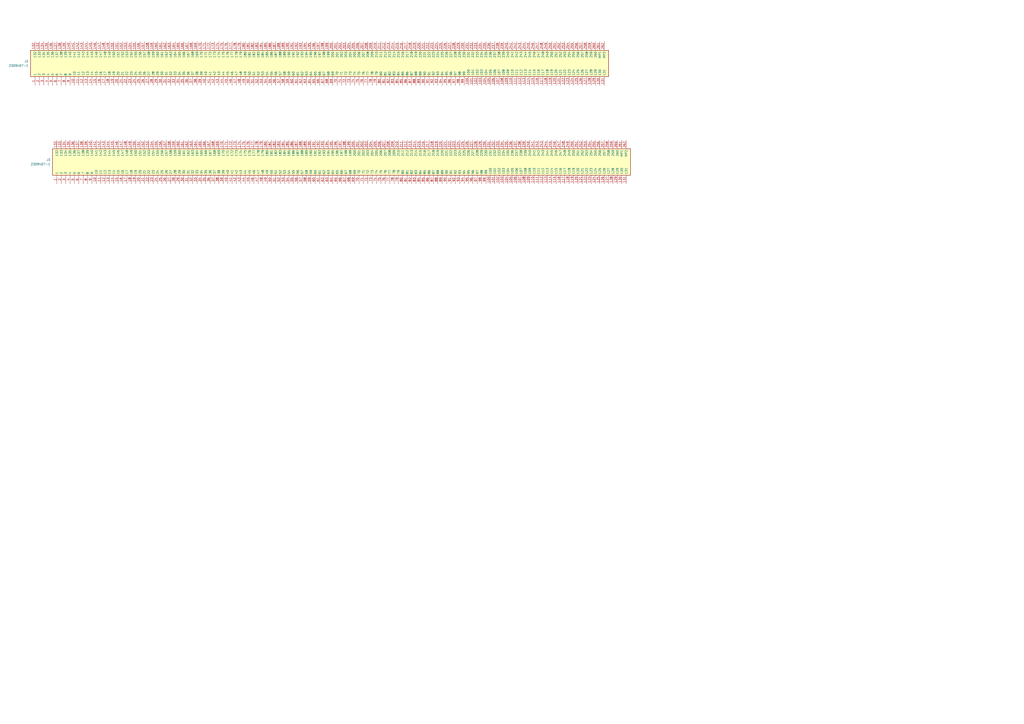
<source format=kicad_sch>
(kicad_sch (version 20231120) (generator "eeschema") (generator_version "8.0")
  (paper "A2")
  (lib_symbols
    (symbol "ddr4-sodimm:2309407-1"
      (property "Reference" "J" (at 21.59 7.62 0))
      (property "Value" "2309407-1" (at 21.59 5.08 0))
      (symbol "2309407-1_1_1"
        (rectangle (start 5.08 2.54) (end 20.32 -332.74) (stroke (width 0.254)) (fill (type background)))
        (pin passive line (at 0 0 0) (length 5.08) (name "1") (number "1"))
        (pin passive line (at 0 -22.86 0) (length 5.08) (name "10") (number "10"))
        (pin passive line (at 0 -251.46 0) (length 5.08) (name "100") (number "100"))
        (pin passive line (at 0 -254 0) (length 5.08) (name "101") (number "101"))
        (pin passive line (at 0 -256.54 0) (length 5.08) (name "102") (number "102"))
        (pin passive line (at 0 -259.08 0) (length 5.08) (name "103") (number "103"))
        (pin passive line (at 0 -261.62 0) (length 5.08) (name "104") (number "104"))
        (pin passive line (at 0 -264.16 0) (length 5.08) (name "105") (number "105"))
        (pin passive line (at 0 -266.7 0) (length 5.08) (name "106") (number "106"))
        (pin passive line (at 0 -269.24 0) (length 5.08) (name "107") (number "107"))
        (pin passive line (at 0 -271.78 0) (length 5.08) (name "108") (number "108"))
        (pin passive line (at 0 -274.32 0) (length 5.08) (name "109") (number "109"))
        (pin passive line (at 0 -25.4 0) (length 5.08) (name "11") (number "11"))
        (pin passive line (at 0 -276.86 0) (length 5.08) (name "110") (number "110"))
        (pin passive line (at 0 -279.4 0) (length 5.08) (name "111") (number "111"))
        (pin passive line (at 0 -281.94 0) (length 5.08) (name "112") (number "112"))
        (pin passive line (at 0 -284.48 0) (length 5.08) (name "113") (number "113"))
        (pin passive line (at 0 -287.02 0) (length 5.08) (name "114") (number "114"))
        (pin passive line (at 0 -289.56 0) (length 5.08) (name "115") (number "115"))
        (pin passive line (at 0 -292.1 0) (length 5.08) (name "116") (number "116"))
        (pin passive line (at 0 -294.64 0) (length 5.08) (name "117") (number "117"))
        (pin passive line (at 0 -297.18 0) (length 5.08) (name "118") (number "118"))
        (pin passive line (at 0 -299.72 0) (length 5.08) (name "119") (number "119"))
        (pin passive line (at 0 -27.94 0) (length 5.08) (name "12") (number "12"))
        (pin passive line (at 0 -302.26 0) (length 5.08) (name "120") (number "120"))
        (pin passive line (at 0 -304.8 0) (length 5.08) (name "121") (number "121"))
        (pin passive line (at 0 -307.34 0) (length 5.08) (name "122") (number "122"))
        (pin passive line (at 0 -309.88 0) (length 5.08) (name "123") (number "123"))
        (pin passive line (at 0 -312.42 0) (length 5.08) (name "124") (number "124"))
        (pin passive line (at 0 -314.96 0) (length 5.08) (name "125") (number "125"))
        (pin passive line (at 0 -317.5 0) (length 5.08) (name "126") (number "126"))
        (pin passive line (at 0 -320.04 0) (length 5.08) (name "127") (number "127"))
        (pin passive line (at 0 -322.58 0) (length 5.08) (name "128") (number "128"))
        (pin passive line (at 0 -325.12 0) (length 5.08) (name "129") (number "129"))
        (pin passive line (at 0 -30.48 0) (length 5.08) (name "13") (number "13"))
        (pin passive line (at 0 -327.66 0) (length 5.08) (name "130") (number "130"))
        (pin passive line (at 0 -330.2 0) (length 5.08) (name "131") (number "131"))
        (pin passive line (at 25.4 0 180) (length 5.08) (name "132") (number "132"))
        (pin passive line (at 25.4 -2.54 180) (length 5.08) (name "133") (number "133"))
        (pin passive line (at 25.4 -5.08 180) (length 5.08) (name "134") (number "134"))
        (pin passive line (at 25.4 -7.62 180) (length 5.08) (name "135") (number "135"))
        (pin passive line (at 25.4 -10.16 180) (length 5.08) (name "136") (number "136"))
        (pin passive line (at 25.4 -12.7 180) (length 5.08) (name "137") (number "137"))
        (pin passive line (at 25.4 -15.24 180) (length 5.08) (name "138") (number "138"))
        (pin passive line (at 25.4 -17.78 180) (length 5.08) (name "139") (number "139"))
        (pin passive line (at 0 -33.02 0) (length 5.08) (name "14") (number "14"))
        (pin passive line (at 25.4 -20.32 180) (length 5.08) (name "140") (number "140"))
        (pin passive line (at 25.4 -22.86 180) (length 5.08) (name "141") (number "141"))
        (pin passive line (at 25.4 -25.4 180) (length 5.08) (name "142") (number "142"))
        (pin passive line (at 25.4 -27.94 180) (length 5.08) (name "143") (number "143"))
        (pin passive line (at 25.4 -30.48 180) (length 5.08) (name "144") (number "144"))
        (pin passive line (at 25.4 -33.02 180) (length 5.08) (name "145") (number "145"))
        (pin passive line (at 25.4 -35.56 180) (length 5.08) (name "146") (number "146"))
        (pin passive line (at 25.4 -38.1 180) (length 5.08) (name "147") (number "147"))
        (pin passive line (at 25.4 -40.64 180) (length 5.08) (name "148") (number "148"))
        (pin passive line (at 25.4 -43.18 180) (length 5.08) (name "149") (number "149"))
        (pin passive line (at 0 -35.56 0) (length 5.08) (name "15") (number "15"))
        (pin passive line (at 25.4 -45.72 180) (length 5.08) (name "150") (number "150"))
        (pin passive line (at 25.4 -48.26 180) (length 5.08) (name "151") (number "151"))
        (pin passive line (at 25.4 -50.8 180) (length 5.08) (name "152") (number "152"))
        (pin passive line (at 25.4 -53.34 180) (length 5.08) (name "153") (number "153"))
        (pin passive line (at 25.4 -55.88 180) (length 5.08) (name "154") (number "154"))
        (pin passive line (at 25.4 -58.42 180) (length 5.08) (name "155") (number "155"))
        (pin passive line (at 25.4 -60.96 180) (length 5.08) (name "156") (number "156"))
        (pin passive line (at 25.4 -63.5 180) (length 5.08) (name "157") (number "157"))
        (pin passive line (at 25.4 -66.04 180) (length 5.08) (name "158") (number "158"))
        (pin passive line (at 25.4 -68.58 180) (length 5.08) (name "159") (number "159"))
        (pin passive line (at 0 -38.1 0) (length 5.08) (name "16") (number "16"))
        (pin passive line (at 25.4 -71.12 180) (length 5.08) (name "160") (number "160"))
        (pin passive line (at 25.4 -73.66 180) (length 5.08) (name "161") (number "161"))
        (pin passive line (at 25.4 -76.2 180) (length 5.08) (name "162") (number "162"))
        (pin passive line (at 25.4 -78.74 180) (length 5.08) (name "163") (number "163"))
        (pin passive line (at 25.4 -81.28 180) (length 5.08) (name "164") (number "164"))
        (pin passive line (at 25.4 -83.82 180) (length 5.08) (name "165") (number "165"))
        (pin passive line (at 25.4 -86.36 180) (length 5.08) (name "166") (number "166"))
        (pin passive line (at 25.4 -88.9 180) (length 5.08) (name "167") (number "167"))
        (pin passive line (at 25.4 -91.44 180) (length 5.08) (name "168") (number "168"))
        (pin passive line (at 25.4 -93.98 180) (length 5.08) (name "169") (number "169"))
        (pin passive line (at 0 -40.64 0) (length 5.08) (name "17") (number "17"))
        (pin passive line (at 25.4 -96.52 180) (length 5.08) (name "170") (number "170"))
        (pin passive line (at 25.4 -99.06 180) (length 5.08) (name "171") (number "171"))
        (pin passive line (at 25.4 -101.6 180) (length 5.08) (name "172") (number "172"))
        (pin passive line (at 25.4 -104.14 180) (length 5.08) (name "173") (number "173"))
        (pin passive line (at 25.4 -106.68 180) (length 5.08) (name "174") (number "174"))
        (pin passive line (at 25.4 -109.22 180) (length 5.08) (name "175") (number "175"))
        (pin passive line (at 25.4 -111.76 180) (length 5.08) (name "176") (number "176"))
        (pin passive line (at 25.4 -114.3 180) (length 5.08) (name "177") (number "177"))
        (pin passive line (at 25.4 -116.84 180) (length 5.08) (name "178") (number "178"))
        (pin passive line (at 25.4 -119.38 180) (length 5.08) (name "179") (number "179"))
        (pin passive line (at 0 -43.18 0) (length 5.08) (name "18") (number "18"))
        (pin passive line (at 25.4 -121.92 180) (length 5.08) (name "180") (number "180"))
        (pin passive line (at 25.4 -124.46 180) (length 5.08) (name "181") (number "181"))
        (pin passive line (at 25.4 -127 180) (length 5.08) (name "182") (number "182"))
        (pin passive line (at 25.4 -129.54 180) (length 5.08) (name "183") (number "183"))
        (pin passive line (at 25.4 -132.08 180) (length 5.08) (name "184") (number "184"))
        (pin passive line (at 25.4 -134.62 180) (length 5.08) (name "185") (number "185"))
        (pin passive line (at 25.4 -137.16 180) (length 5.08) (name "186") (number "186"))
        (pin passive line (at 25.4 -139.7 180) (length 5.08) (name "187") (number "187"))
        (pin passive line (at 25.4 -142.24 180) (length 5.08) (name "188") (number "188"))
        (pin passive line (at 25.4 -144.78 180) (length 5.08) (name "189") (number "189"))
        (pin passive line (at 0 -45.72 0) (length 5.08) (name "19") (number "19"))
        (pin passive line (at 25.4 -147.32 180) (length 5.08) (name "190") (number "190"))
        (pin passive line (at 25.4 -149.86 180) (length 5.08) (name "191") (number "191"))
        (pin passive line (at 25.4 -152.4 180) (length 5.08) (name "192") (number "192"))
        (pin passive line (at 25.4 -154.94 180) (length 5.08) (name "193") (number "193"))
        (pin passive line (at 25.4 -157.48 180) (length 5.08) (name "194") (number "194"))
        (pin passive line (at 25.4 -160.02 180) (length 5.08) (name "195") (number "195"))
        (pin passive line (at 25.4 -162.56 180) (length 5.08) (name "196") (number "196"))
        (pin passive line (at 25.4 -165.1 180) (length 5.08) (name "197") (number "197"))
        (pin passive line (at 25.4 -167.64 180) (length 5.08) (name "198") (number "198"))
        (pin passive line (at 25.4 -170.18 180) (length 5.08) (name "199") (number "199"))
        (pin passive line (at 0 -2.54 0) (length 5.08) (name "2") (number "2"))
        (pin passive line (at 0 -48.26 0) (length 5.08) (name "20") (number "20"))
        (pin passive line (at 25.4 -172.72 180) (length 5.08) (name "200") (number "200"))
        (pin passive line (at 25.4 -175.26 180) (length 5.08) (name "201") (number "201"))
        (pin passive line (at 25.4 -177.8 180) (length 5.08) (name "202") (number "202"))
        (pin passive line (at 25.4 -180.34 180) (length 5.08) (name "203") (number "203"))
        (pin passive line (at 25.4 -182.88 180) (length 5.08) (name "204") (number "204"))
        (pin passive line (at 25.4 -185.42 180) (length 5.08) (name "205") (number "205"))
        (pin passive line (at 25.4 -187.96 180) (length 5.08) (name "206") (number "206"))
        (pin passive line (at 25.4 -190.5 180) (length 5.08) (name "207") (number "207"))
        (pin passive line (at 25.4 -193.04 180) (length 5.08) (name "208") (number "208"))
        (pin passive line (at 25.4 -195.58 180) (length 5.08) (name "209") (number "209"))
        (pin passive line (at 0 -50.8 0) (length 5.08) (name "21") (number "21"))
        (pin passive line (at 25.4 -198.12 180) (length 5.08) (name "210") (number "210"))
        (pin passive line (at 25.4 -200.66 180) (length 5.08) (name "211") (number "211"))
        (pin passive line (at 25.4 -203.2 180) (length 5.08) (name "212") (number "212"))
        (pin passive line (at 25.4 -205.74 180) (length 5.08) (name "213") (number "213"))
        (pin passive line (at 25.4 -208.28 180) (length 5.08) (name "214") (number "214"))
        (pin passive line (at 25.4 -210.82 180) (length 5.08) (name "215") (number "215"))
        (pin passive line (at 25.4 -213.36 180) (length 5.08) (name "216") (number "216"))
        (pin passive line (at 25.4 -215.9 180) (length 5.08) (name "217") (number "217"))
        (pin passive line (at 25.4 -218.44 180) (length 5.08) (name "218") (number "218"))
        (pin passive line (at 25.4 -220.98 180) (length 5.08) (name "219") (number "219"))
        (pin passive line (at 0 -53.34 0) (length 5.08) (name "22") (number "22"))
        (pin passive line (at 25.4 -223.52 180) (length 5.08) (name "220") (number "220"))
        (pin passive line (at 25.4 -226.06 180) (length 5.08) (name "221") (number "221"))
        (pin passive line (at 25.4 -228.6 180) (length 5.08) (name "222") (number "222"))
        (pin passive line (at 25.4 -231.14 180) (length 5.08) (name "223") (number "223"))
        (pin passive line (at 25.4 -233.68 180) (length 5.08) (name "224") (number "224"))
        (pin passive line (at 25.4 -236.22 180) (length 5.08) (name "225") (number "225"))
        (pin passive line (at 25.4 -238.76 180) (length 5.08) (name "226") (number "226"))
        (pin passive line (at 25.4 -241.3 180) (length 5.08) (name "227") (number "227"))
        (pin passive line (at 25.4 -243.84 180) (length 5.08) (name "228") (number "228"))
        (pin passive line (at 25.4 -246.38 180) (length 5.08) (name "229") (number "229"))
        (pin passive line (at 0 -55.88 0) (length 5.08) (name "23") (number "23"))
        (pin passive line (at 25.4 -248.92 180) (length 5.08) (name "230") (number "230"))
        (pin passive line (at 25.4 -251.46 180) (length 5.08) (name "231") (number "231"))
        (pin passive line (at 25.4 -254 180) (length 5.08) (name "232") (number "232"))
        (pin passive line (at 25.4 -256.54 180) (length 5.08) (name "233") (number "233"))
        (pin passive line (at 25.4 -259.08 180) (length 5.08) (name "234") (number "234"))
        (pin passive line (at 25.4 -261.62 180) (length 5.08) (name "235") (number "235"))
        (pin passive line (at 25.4 -264.16 180) (length 5.08) (name "236") (number "236"))
        (pin passive line (at 25.4 -266.7 180) (length 5.08) (name "237") (number "237"))
        (pin passive line (at 25.4 -269.24 180) (length 5.08) (name "238") (number "238"))
        (pin passive line (at 25.4 -271.78 180) (length 5.08) (name "239") (number "239"))
        (pin passive line (at 0 -58.42 0) (length 5.08) (name "24") (number "24"))
        (pin passive line (at 25.4 -274.32 180) (length 5.08) (name "240") (number "240"))
        (pin passive line (at 25.4 -276.86 180) (length 5.08) (name "241") (number "241"))
        (pin passive line (at 25.4 -279.4 180) (length 5.08) (name "242") (number "242"))
        (pin passive line (at 25.4 -281.94 180) (length 5.08) (name "243") (number "243"))
        (pin passive line (at 25.4 -284.48 180) (length 5.08) (name "244") (number "244"))
        (pin passive line (at 25.4 -287.02 180) (length 5.08) (name "245") (number "245"))
        (pin passive line (at 25.4 -289.56 180) (length 5.08) (name "246") (number "246"))
        (pin passive line (at 25.4 -292.1 180) (length 5.08) (name "247") (number "247"))
        (pin passive line (at 25.4 -294.64 180) (length 5.08) (name "248") (number "248"))
        (pin passive line (at 25.4 -297.18 180) (length 5.08) (name "249") (number "249"))
        (pin passive line (at 0 -60.96 0) (length 5.08) (name "25") (number "25"))
        (pin passive line (at 25.4 -299.72 180) (length 5.08) (name "250") (number "250"))
        (pin passive line (at 25.4 -302.26 180) (length 5.08) (name "251") (number "251"))
        (pin passive line (at 25.4 -304.8 180) (length 5.08) (name "252") (number "252"))
        (pin passive line (at 25.4 -307.34 180) (length 5.08) (name "253") (number "253"))
        (pin passive line (at 25.4 -309.88 180) (length 5.08) (name "254") (number "254"))
        (pin passive line (at 25.4 -312.42 180) (length 5.08) (name "255") (number "255"))
        (pin passive line (at 25.4 -314.96 180) (length 5.08) (name "256") (number "256"))
        (pin passive line (at 25.4 -317.5 180) (length 5.08) (name "257") (number "257"))
        (pin passive line (at 25.4 -320.04 180) (length 5.08) (name "258") (number "258"))
        (pin passive line (at 25.4 -322.58 180) (length 5.08) (name "259") (number "259"))
        (pin passive line (at 0 -63.5 0) (length 5.08) (name "26") (number "26"))
        (pin passive line (at 25.4 -325.12 180) (length 5.08) (name "260") (number "260"))
        (pin passive line (at 25.4 -327.66 180) (length 5.08) (name "MP1") (number "261"))
        (pin passive line (at 25.4 -330.2 180) (length 5.08) (name "MP2") (number "262"))
        (pin passive line (at 0 -66.04 0) (length 5.08) (name "27") (number "27"))
        (pin passive line (at 0 -68.58 0) (length 5.08) (name "28") (number "28"))
        (pin passive line (at 0 -71.12 0) (length 5.08) (name "29") (number "29"))
        (pin passive line (at 0 -5.08 0) (length 5.08) (name "3") (number "3"))
        (pin passive line (at 0 -73.66 0) (length 5.08) (name "30") (number "30"))
        (pin passive line (at 0 -76.2 0) (length 5.08) (name "31") (number "31"))
        (pin passive line (at 0 -78.74 0) (length 5.08) (name "32") (number "32"))
        (pin passive line (at 0 -81.28 0) (length 5.08) (name "33") (number "33"))
        (pin passive line (at 0 -83.82 0) (length 5.08) (name "34") (number "34"))
        (pin passive line (at 0 -86.36 0) (length 5.08) (name "35") (number "35"))
        (pin passive line (at 0 -88.9 0) (length 5.08) (name "36") (number "36"))
        (pin passive line (at 0 -91.44 0) (length 5.08) (name "37") (number "37"))
        (pin passive line (at 0 -93.98 0) (length 5.08) (name "38") (number "38"))
        (pin passive line (at 0 -96.52 0) (length 5.08) (name "39") (number "39"))
        (pin passive line (at 0 -7.62 0) (length 5.08) (name "4") (number "4"))
        (pin passive line (at 0 -99.06 0) (length 5.08) (name "40") (number "40"))
        (pin passive line (at 0 -101.6 0) (length 5.08) (name "41") (number "41"))
        (pin passive line (at 0 -104.14 0) (length 5.08) (name "42") (number "42"))
        (pin passive line (at 0 -106.68 0) (length 5.08) (name "43") (number "43"))
        (pin passive line (at 0 -109.22 0) (length 5.08) (name "44") (number "44"))
        (pin passive line (at 0 -111.76 0) (length 5.08) (name "45") (number "45"))
        (pin passive line (at 0 -114.3 0) (length 5.08) (name "46") (number "46"))
        (pin passive line (at 0 -116.84 0) (length 5.08) (name "47") (number "47"))
        (pin passive line (at 0 -119.38 0) (length 5.08) (name "48") (number "48"))
        (pin passive line (at 0 -121.92 0) (length 5.08) (name "49") (number "49"))
        (pin passive line (at 0 -10.16 0) (length 5.08) (name "5") (number "5"))
        (pin passive line (at 0 -124.46 0) (length 5.08) (name "50") (number "50"))
        (pin passive line (at 0 -127 0) (length 5.08) (name "51") (number "51"))
        (pin passive line (at 0 -129.54 0) (length 5.08) (name "52") (number "52"))
        (pin passive line (at 0 -132.08 0) (length 5.08) (name "53") (number "53"))
        (pin passive line (at 0 -134.62 0) (length 5.08) (name "54") (number "54"))
        (pin passive line (at 0 -137.16 0) (length 5.08) (name "55") (number "55"))
        (pin passive line (at 0 -139.7 0) (length 5.08) (name "56") (number "56"))
        (pin passive line (at 0 -142.24 0) (length 5.08) (name "57") (number "57"))
        (pin passive line (at 0 -144.78 0) (length 5.08) (name "58") (number "58"))
        (pin passive line (at 0 -147.32 0) (length 5.08) (name "59") (number "59"))
        (pin passive line (at 0 -12.7 0) (length 5.08) (name "6") (number "6"))
        (pin passive line (at 0 -149.86 0) (length 5.08) (name "60") (number "60"))
        (pin passive line (at 0 -152.4 0) (length 5.08) (name "61") (number "61"))
        (pin passive line (at 0 -154.94 0) (length 5.08) (name "62") (number "62"))
        (pin passive line (at 0 -157.48 0) (length 5.08) (name "63") (number "63"))
        (pin passive line (at 0 -160.02 0) (length 5.08) (name "64") (number "64"))
        (pin passive line (at 0 -162.56 0) (length 5.08) (name "65") (number "65"))
        (pin passive line (at 0 -165.1 0) (length 5.08) (name "66") (number "66"))
        (pin passive line (at 0 -167.64 0) (length 5.08) (name "67") (number "67"))
        (pin passive line (at 0 -170.18 0) (length 5.08) (name "68") (number "68"))
        (pin passive line (at 0 -172.72 0) (length 5.08) (name "69") (number "69"))
        (pin passive line (at 0 -15.24 0) (length 5.08) (name "7") (number "7"))
        (pin passive line (at 0 -175.26 0) (length 5.08) (name "70") (number "70"))
        (pin passive line (at 0 -177.8 0) (length 5.08) (name "71") (number "71"))
        (pin passive line (at 0 -180.34 0) (length 5.08) (name "72") (number "72"))
        (pin passive line (at 0 -182.88 0) (length 5.08) (name "73") (number "73"))
        (pin passive line (at 0 -185.42 0) (length 5.08) (name "74") (number "74"))
        (pin passive line (at 0 -187.96 0) (length 5.08) (name "75") (number "75"))
        (pin passive line (at 0 -190.5 0) (length 5.08) (name "76") (number "76"))
        (pin passive line (at 0 -193.04 0) (length 5.08) (name "77") (number "77"))
        (pin passive line (at 0 -195.58 0) (length 5.08) (name "78") (number "78"))
        (pin passive line (at 0 -198.12 0) (length 5.08) (name "79") (number "79"))
        (pin passive line (at 0 -17.78 0) (length 5.08) (name "8") (number "8"))
        (pin passive line (at 0 -200.66 0) (length 5.08) (name "80") (number "80"))
        (pin passive line (at 0 -203.2 0) (length 5.08) (name "81") (number "81"))
        (pin passive line (at 0 -205.74 0) (length 5.08) (name "82") (number "82"))
        (pin passive line (at 0 -208.28 0) (length 5.08) (name "83") (number "83"))
        (pin passive line (at 0 -210.82 0) (length 5.08) (name "84") (number "84"))
        (pin passive line (at 0 -213.36 0) (length 5.08) (name "85") (number "85"))
        (pin passive line (at 0 -215.9 0) (length 5.08) (name "86") (number "86"))
        (pin passive line (at 0 -218.44 0) (length 5.08) (name "87") (number "87"))
        (pin passive line (at 0 -220.98 0) (length 5.08) (name "88") (number "88"))
        (pin passive line (at 0 -223.52 0) (length 5.08) (name "89") (number "89"))
        (pin passive line (at 0 -20.32 0) (length 5.08) (name "9") (number "9"))
        (pin passive line (at 0 -226.06 0) (length 5.08) (name "90") (number "90"))
        (pin passive line (at 0 -228.6 0) (length 5.08) (name "91") (number "91"))
        (pin passive line (at 0 -231.14 0) (length 5.08) (name "92") (number "92"))
        (pin passive line (at 0 -233.68 0) (length 5.08) (name "93") (number "93"))
        (pin passive line (at 0 -236.22 0) (length 5.08) (name "94") (number "94"))
        (pin passive line (at 0 -238.76 0) (length 5.08) (name "95") (number "95"))
        (pin passive line (at 0 -241.3 0) (length 5.08) (name "96") (number "96"))
        (pin passive line (at 0 -243.84 0) (length 5.08) (name "97") (number "97"))
        (pin passive line (at 0 -246.38 0) (length 5.08) (name "98") (number "98"))
        (pin passive line (at 0 -248.92 0) (length 5.08) (name "99") (number "99"))
      )
    )
  )
  (symbol (lib_id "ddr4-sodimm:2309407-1") (at 33.02 106.68 90) (unit 1)
    (property "Reference" "J3" (at 29.21 92.7099 90) (effects (justify left)))
    (property "Value" "2309407-1" (at 29.21 95.2499 90) (effects (justify left)))
    (property "Footprint" "23094071" (effects (hide yes)))
    (property "Datasheet" "https://www.te.com/commerce/DocumentDelivery/DDEController?Action=srchrtrv&DocNm=2309407&DocType=Customer%20Drawing&DocLang=English&PartCntxt=2309407-1&DocFormat=pdf" (effects (hide yes)))
    (property "Description" "Small Outline (SO), Stack Height 4 mm [.157 in], Right Angle Module Orientation, 260 Position, DDR4 DIMM, SO DIMM Sockets" (effects (hide yes)))
    (property "Height" "4.25" (effects (hide yes)))
    (property "Manufacturer_Name" "TE Connectivity" (effects (hide yes)))
    (property "Manufacturer_Part_Number" "2309407-1" (effects (hide yes)))
    (property "Mouser Part Number" "571-2309407-1" (effects (hide yes)))
    (property "Mouser Price/Stock" "https://www.mouser.co.uk/ProductDetail/TE-Connectivity-Alcoswitch/2309407-1?qs=1mbolxNpo8eJaugJmur6gg%3D%3D" (effects (hide yes)))
    (property "Arrow Part Number" "2309407-1" (effects (hide yes)))
    (property "Arrow Price/Stock" "https://www.arrow.com/en/products/2309407-1/te-connectivity?region=nac" (effects (hide yes)))
  )
  (symbol (lib_id "ddr4-sodimm:2309407-1") (at 20.32 49.53 90) (unit 1)
    (property "Reference" "J2" (at 16.51 35.5599 90) (effects (justify left)))
    (property "Value" "2309407-1" (at 16.51 38.0999 90) (effects (justify left)))
    (property "Footprint" "23094071" (effects (hide yes)))
    (property "Datasheet" "https://www.te.com/commerce/DocumentDelivery/DDEController?Action=srchrtrv&DocNm=2309407&DocType=Customer%20Drawing&DocLang=English&PartCntxt=2309407-1&DocFormat=pdf" (effects (hide yes)))
    (property "Description" "Small Outline (SO), Stack Height 4 mm [.157 in], Right Angle Module Orientation, 260 Position, DDR4 DIMM, SO DIMM Sockets" (effects (hide yes)))
    (property "Height" "4.25" (effects (hide yes)))
    (property "Manufacturer_Name" "TE Connectivity" (effects (hide yes)))
    (property "Manufacturer_Part_Number" "2309407-1" (effects (hide yes)))
    (property "Mouser Part Number" "571-2309407-1" (effects (hide yes)))
    (property "Mouser Price/Stock" "https://www.mouser.co.uk/ProductDetail/TE-Connectivity-Alcoswitch/2309407-1?qs=1mbolxNpo8eJaugJmur6gg%3D%3D" (effects (hide yes)))
    (property "Arrow Part Number" "2309407-1" (effects (hide yes)))
    (property "Arrow Price/Stock" "https://www.arrow.com/en/products/2309407-1/te-connectivity?region=nac" (effects (hide yes)))
  )
)
</source>
